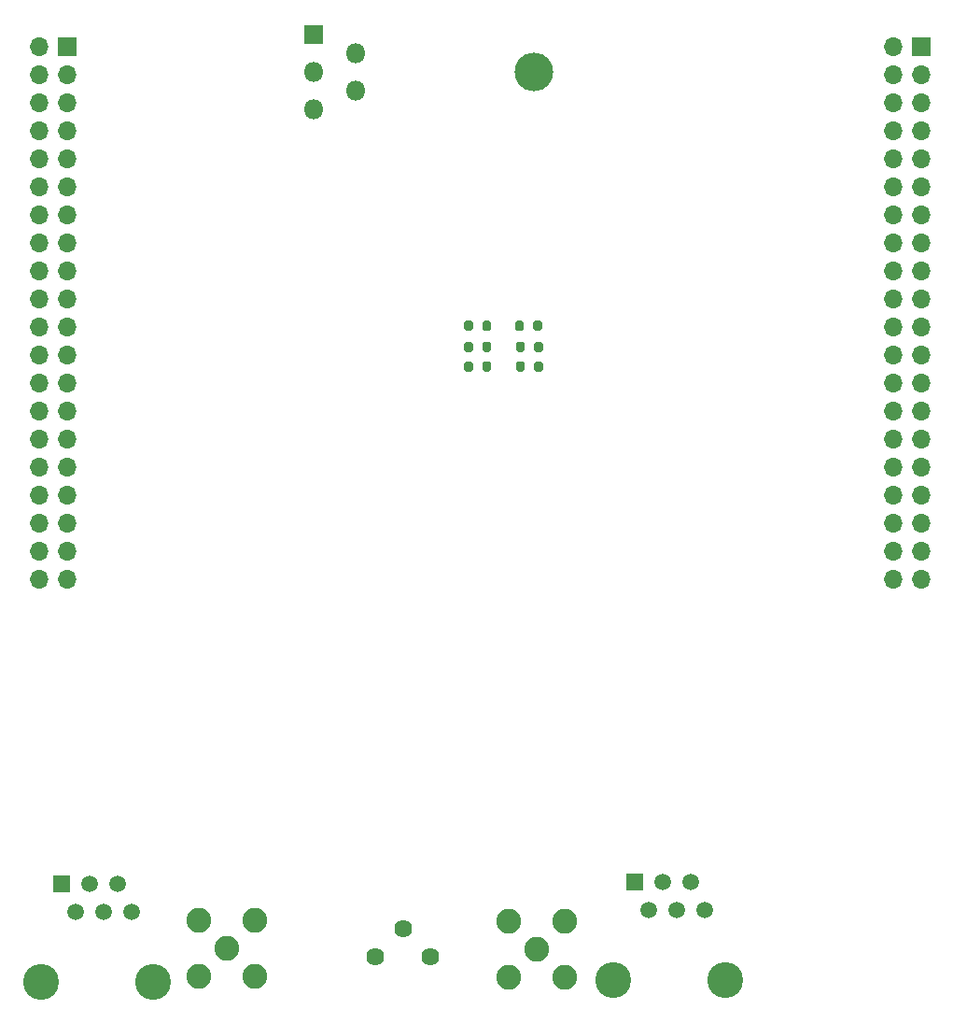
<source format=gbs>
%TF.GenerationSoftware,KiCad,Pcbnew,5.99.0+really5.1.12+dfsg1-1~bpo11+1*%
%TF.CreationDate,2021-12-25T19:54:22+01:00*%
%TF.ProjectId,Audio IN_OUT,41756469-6f20-4494-9e5f-4f55542e6b69,rev?*%
%TF.SameCoordinates,Original*%
%TF.FileFunction,Soldermask,Bot*%
%TF.FilePolarity,Negative*%
%FSLAX46Y46*%
G04 Gerber Fmt 4.6, Leading zero omitted, Abs format (unit mm)*
G04 Created by KiCad (PCBNEW 5.99.0+really5.1.12+dfsg1-1~bpo11+1) date 2021-12-25 19:54:22*
%MOMM*%
%LPD*%
G01*
G04 APERTURE LIST*
%ADD10C,1.620000*%
%ADD11O,1.800000X1.800000*%
%ADD12R,1.800000X1.800000*%
%ADD13O,3.500000X3.500000*%
%ADD14O,1.700000X1.700000*%
%ADD15R,1.700000X1.700000*%
%ADD16R,1.520000X1.520000*%
%ADD17C,3.250000*%
%ADD18C,1.520000*%
%ADD19C,2.250000*%
G04 APERTURE END LIST*
D10*
%TO.C,RV201*%
X165100000Y-140843000D03*
X167600000Y-138343000D03*
X170100000Y-140843000D03*
%TD*%
D11*
%TO.C,U3003*%
X159512000Y-64077000D03*
X163312000Y-62377000D03*
X159512000Y-60677000D03*
X163312000Y-58977000D03*
D12*
X159512000Y-57277000D03*
D13*
X179492000Y-60677000D03*
%TD*%
D14*
%TO.C,J1001*%
X212090000Y-106680000D03*
X214630000Y-106680000D03*
X212090000Y-104140000D03*
X214630000Y-104140000D03*
X212090000Y-101600000D03*
X214630000Y-101600000D03*
X212090000Y-99060000D03*
X214630000Y-99060000D03*
X212090000Y-96520000D03*
X214630000Y-96520000D03*
X212090000Y-93980000D03*
X214630000Y-93980000D03*
X212090000Y-91440000D03*
X214630000Y-91440000D03*
X212090000Y-88900000D03*
X214630000Y-88900000D03*
X212090000Y-86360000D03*
X214630000Y-86360000D03*
X212090000Y-83820000D03*
X214630000Y-83820000D03*
X212090000Y-81280000D03*
X214630000Y-81280000D03*
X212090000Y-78740000D03*
X214630000Y-78740000D03*
X212090000Y-76200000D03*
X214630000Y-76200000D03*
X212090000Y-73660000D03*
X214630000Y-73660000D03*
X212090000Y-71120000D03*
X214630000Y-71120000D03*
X212090000Y-68580000D03*
X214630000Y-68580000D03*
X212090000Y-66040000D03*
X214630000Y-66040000D03*
X212090000Y-63500000D03*
X214630000Y-63500000D03*
X212090000Y-60960000D03*
X214630000Y-60960000D03*
X212090000Y-58420000D03*
D15*
X214630000Y-58420000D03*
%TD*%
%TO.C,J1002*%
X137160000Y-58420000D03*
D14*
X134620000Y-58420000D03*
X137160000Y-60960000D03*
X134620000Y-60960000D03*
X137160000Y-63500000D03*
X134620000Y-63500000D03*
X137160000Y-66040000D03*
X134620000Y-66040000D03*
X137160000Y-68580000D03*
X134620000Y-68580000D03*
X137160000Y-71120000D03*
X134620000Y-71120000D03*
X137160000Y-73660000D03*
X134620000Y-73660000D03*
X137160000Y-76200000D03*
X134620000Y-76200000D03*
X137160000Y-78740000D03*
X134620000Y-78740000D03*
X137160000Y-81280000D03*
X134620000Y-81280000D03*
X137160000Y-83820000D03*
X134620000Y-83820000D03*
X137160000Y-86360000D03*
X134620000Y-86360000D03*
X137160000Y-88900000D03*
X134620000Y-88900000D03*
X137160000Y-91440000D03*
X134620000Y-91440000D03*
X137160000Y-93980000D03*
X134620000Y-93980000D03*
X137160000Y-96520000D03*
X134620000Y-96520000D03*
X137160000Y-99060000D03*
X134620000Y-99060000D03*
X137160000Y-101600000D03*
X134620000Y-101600000D03*
X137160000Y-104140000D03*
X134620000Y-104140000D03*
X137160000Y-106680000D03*
X134620000Y-106680000D03*
%TD*%
D16*
%TO.C,J1003*%
X188595000Y-134112000D03*
D17*
X186685000Y-143002000D03*
D18*
X189865000Y-136652000D03*
X191135000Y-134112000D03*
X192405000Y-136652000D03*
X193675000Y-134112000D03*
X194945000Y-136652000D03*
D17*
X196845000Y-143002000D03*
%TD*%
%TO.C,J1004*%
X144902000Y-143129000D03*
D18*
X143002000Y-136779000D03*
X141732000Y-134239000D03*
X140462000Y-136779000D03*
X139192000Y-134239000D03*
X137922000Y-136779000D03*
D17*
X134742000Y-143129000D03*
D16*
X136652000Y-134239000D03*
%TD*%
%TO.C,R307*%
G36*
G01*
X173146000Y-87651000D02*
X173146000Y-87101000D01*
G75*
G02*
X173346000Y-86901000I200000J0D01*
G01*
X173746000Y-86901000D01*
G75*
G02*
X173946000Y-87101000I0J-200000D01*
G01*
X173946000Y-87651000D01*
G75*
G02*
X173746000Y-87851000I-200000J0D01*
G01*
X173346000Y-87851000D01*
G75*
G02*
X173146000Y-87651000I0J200000D01*
G01*
G37*
G36*
G01*
X174796000Y-87651000D02*
X174796000Y-87101000D01*
G75*
G02*
X174996000Y-86901000I200000J0D01*
G01*
X175396000Y-86901000D01*
G75*
G02*
X175596000Y-87101000I0J-200000D01*
G01*
X175596000Y-87651000D01*
G75*
G02*
X175396000Y-87851000I-200000J0D01*
G01*
X174996000Y-87851000D01*
G75*
G02*
X174796000Y-87651000I0J200000D01*
G01*
G37*
%TD*%
%TO.C,R308*%
G36*
G01*
X177845000Y-87651000D02*
X177845000Y-87101000D01*
G75*
G02*
X178045000Y-86901000I200000J0D01*
G01*
X178445000Y-86901000D01*
G75*
G02*
X178645000Y-87101000I0J-200000D01*
G01*
X178645000Y-87651000D01*
G75*
G02*
X178445000Y-87851000I-200000J0D01*
G01*
X178045000Y-87851000D01*
G75*
G02*
X177845000Y-87651000I0J200000D01*
G01*
G37*
G36*
G01*
X179495000Y-87651000D02*
X179495000Y-87101000D01*
G75*
G02*
X179695000Y-86901000I200000J0D01*
G01*
X180095000Y-86901000D01*
G75*
G02*
X180295000Y-87101000I0J-200000D01*
G01*
X180295000Y-87651000D01*
G75*
G02*
X180095000Y-87851000I-200000J0D01*
G01*
X179695000Y-87851000D01*
G75*
G02*
X179495000Y-87651000I0J200000D01*
G01*
G37*
%TD*%
%TO.C,R309*%
G36*
G01*
X173946000Y-85323000D02*
X173946000Y-85873000D01*
G75*
G02*
X173746000Y-86073000I-200000J0D01*
G01*
X173346000Y-86073000D01*
G75*
G02*
X173146000Y-85873000I0J200000D01*
G01*
X173146000Y-85323000D01*
G75*
G02*
X173346000Y-85123000I200000J0D01*
G01*
X173746000Y-85123000D01*
G75*
G02*
X173946000Y-85323000I0J-200000D01*
G01*
G37*
G36*
G01*
X175596000Y-85323000D02*
X175596000Y-85873000D01*
G75*
G02*
X175396000Y-86073000I-200000J0D01*
G01*
X174996000Y-86073000D01*
G75*
G02*
X174796000Y-85873000I0J200000D01*
G01*
X174796000Y-85323000D01*
G75*
G02*
X174996000Y-85123000I200000J0D01*
G01*
X175396000Y-85123000D01*
G75*
G02*
X175596000Y-85323000I0J-200000D01*
G01*
G37*
%TD*%
%TO.C,R310*%
G36*
G01*
X178645000Y-85323000D02*
X178645000Y-85873000D01*
G75*
G02*
X178445000Y-86073000I-200000J0D01*
G01*
X178045000Y-86073000D01*
G75*
G02*
X177845000Y-85873000I0J200000D01*
G01*
X177845000Y-85323000D01*
G75*
G02*
X178045000Y-85123000I200000J0D01*
G01*
X178445000Y-85123000D01*
G75*
G02*
X178645000Y-85323000I0J-200000D01*
G01*
G37*
G36*
G01*
X180295000Y-85323000D02*
X180295000Y-85873000D01*
G75*
G02*
X180095000Y-86073000I-200000J0D01*
G01*
X179695000Y-86073000D01*
G75*
G02*
X179495000Y-85873000I0J200000D01*
G01*
X179495000Y-85323000D01*
G75*
G02*
X179695000Y-85123000I200000J0D01*
G01*
X180095000Y-85123000D01*
G75*
G02*
X180295000Y-85323000I0J-200000D01*
G01*
G37*
%TD*%
%TO.C,R311*%
G36*
G01*
X173146000Y-83968000D02*
X173146000Y-83418000D01*
G75*
G02*
X173346000Y-83218000I200000J0D01*
G01*
X173746000Y-83218000D01*
G75*
G02*
X173946000Y-83418000I0J-200000D01*
G01*
X173946000Y-83968000D01*
G75*
G02*
X173746000Y-84168000I-200000J0D01*
G01*
X173346000Y-84168000D01*
G75*
G02*
X173146000Y-83968000I0J200000D01*
G01*
G37*
G36*
G01*
X174796000Y-83968000D02*
X174796000Y-83418000D01*
G75*
G02*
X174996000Y-83218000I200000J0D01*
G01*
X175396000Y-83218000D01*
G75*
G02*
X175596000Y-83418000I0J-200000D01*
G01*
X175596000Y-83968000D01*
G75*
G02*
X175396000Y-84168000I-200000J0D01*
G01*
X174996000Y-84168000D01*
G75*
G02*
X174796000Y-83968000I0J200000D01*
G01*
G37*
%TD*%
%TO.C,R312*%
G36*
G01*
X178582000Y-83418000D02*
X178582000Y-83968000D01*
G75*
G02*
X178382000Y-84168000I-200000J0D01*
G01*
X177982000Y-84168000D01*
G75*
G02*
X177782000Y-83968000I0J200000D01*
G01*
X177782000Y-83418000D01*
G75*
G02*
X177982000Y-83218000I200000J0D01*
G01*
X178382000Y-83218000D01*
G75*
G02*
X178582000Y-83418000I0J-200000D01*
G01*
G37*
G36*
G01*
X180232000Y-83418000D02*
X180232000Y-83968000D01*
G75*
G02*
X180032000Y-84168000I-200000J0D01*
G01*
X179632000Y-84168000D01*
G75*
G02*
X179432000Y-83968000I0J200000D01*
G01*
X179432000Y-83418000D01*
G75*
G02*
X179632000Y-83218000I200000J0D01*
G01*
X180032000Y-83218000D01*
G75*
G02*
X180232000Y-83418000I0J-200000D01*
G01*
G37*
%TD*%
D19*
%TO.C,J101*%
X151638000Y-140081000D03*
X149098000Y-137541000D03*
X149098000Y-142621000D03*
X154178000Y-142621000D03*
X154178000Y-137541000D03*
%TD*%
%TO.C,J102*%
X182245000Y-137668000D03*
X182245000Y-142748000D03*
X177165000Y-142748000D03*
X177165000Y-137668000D03*
X179705000Y-140208000D03*
%TD*%
M02*

</source>
